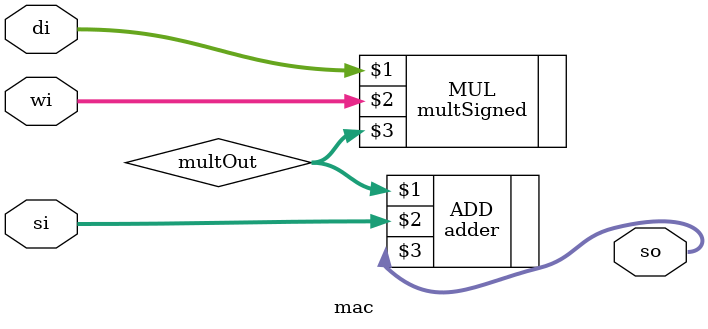
<source format=v>
`timescale 1 ns / 1ns
module mac(so, si, di, wi);
	// Parameters
	parameter inputWeightSize = 8;
	parameter parSumSize = 24;
	parameter outputSize = 24;

	// ports
	input [inputWeightSize - 1:0] di;
	input [inputWeightSize - 1:0] wi;
	input [parSumSize - 1:0] si;
	output [outputSize - 1:0] so;
	
	// intermediate wires
	wire [(inputWeightSize * 2) - 1:0] multOut;
	
	multSigned#(inputWeightSize) MUL(di, wi, multOut);
	adder#((inputWeightSize * 2), parSumSize, outputSize) ADD(multOut,si,so);
endmodule
</source>
